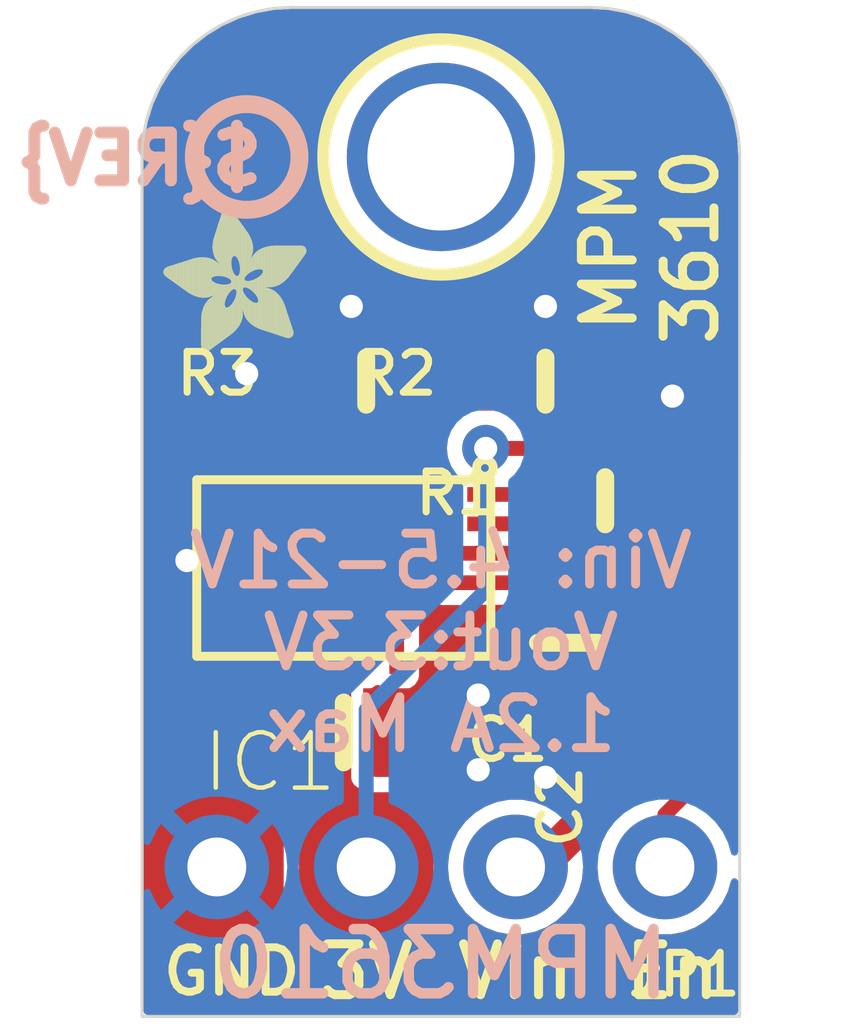
<source format=kicad_pcb>
(kicad_pcb (version 20221018) (generator pcbnew)
  (layers (0 "F.Cu" signal) (31 "B.Cu" signal) (34 "B.Paste" user) (35 "F.Paste" user) (36 "B.SilkS" user "B.Silkscreen") (37 "F.SilkS" user "F.Silkscreen") (38 "B.Mask" user) (39 "F.Mask" user) (44 "Edge.Cuts" user))
  (net 0 "")
  (net 1 "GND")
  (net 2 "3.3V")
  (net 3 "VIN")
  (net 4 "EN")
  (net 5 "VCC")
  (net 6 "FB")
  (net 7 "SW")
  (footprint "working:0603-NO" (layer "F.Cu") (at 150.2791 102.7811 180)
    (fp_text reference "R2" (at 1.778 0.127) (layer "F.SilkS") (effects (font (size 0.692831 0.692831) (thickness 0.119969)) (justify right)))
    (fp_text value "75K")
    (pad "1" smd rect (at -0.85 0 180) (size 1.075 1) (layers "F.Cu" "F.Paste" "F.Mask") (net 2 "3.3V"))
    (pad "2" smd rect (at 0.85 0 180) (size 1.075 1) (layers "F.Cu" "F.Paste" "F.Mask") (net 6 "FB"))
  )
  (footprint "working:ADAFRUIT_2.5MM" (layer "F.Cu") (at 146.2151 102.2731 90)
    (fp_text reference "U$11" hide)
    (fp_text value "" hide)
  )
  (footprint "working:MOUNTINGHOLE_2.5_PLATED" (layer "F.Cu") (at 148.5011 98.9711)
    (fp_text reference "U$9" hide)
    (fp_text value "MOUNTINGHOLE2.5" hide)
    (pad "P$1" thru_hole circle (at 0 0) (size 3.2 3.2) (drill 2.5) (layers "*.Cu" "*.Mask"))
    (zone (net 0) (net_name "") (layer "F.Cu") (connect_pads (clearance 0)) (min_thickness 0.25)
      (keepout (tracks not_allowed) (vias not_allowed) (pads not_allowed) (copperpour not_allowed) (footprints allowed))
      (fill (thermal_gap 0.5) (thermal_bridge_width 0.5))
      (polygon (pts (xy 150.5171 98.9711) (xy 150.49748 98.690527) (xy 150.439004 98.415415) (xy 150.342808 98.151119) (xy 150.210765 97.902783) (xy 150.045446 97.67524) (xy 149.850067 97.47292) (xy 149.628433 97.29976) (xy 149.384856 97.159131) (xy 149.124078 97.05377) (xy 148.851175 96.985728) (xy 148.571457 96.956328) (xy 148.290371 96.966144) (xy 148.013385 97.014984) (xy 147.745893 97.101897) (xy 147.4931 97.225193) (xy 147.259926 97.38247) (xy 147.050911 97.570669) (xy 146.870122 97.786125) (xy 146.721078 98.024645) (xy 146.60668 98.281587) (xy 146.529154 98.55195) (xy 146.490011 98.830471) (xy 146.490011 99.111729) (xy 146.529154 99.39025) (xy 146.60668 99.660613) (xy 146.721078 99.917555) (xy 146.870122 100.156075) (xy 147.050911 100.371531) (xy 147.259926 100.55973) (xy 147.4931 100.717007) (xy 147.745893 100.840303) (xy 148.013385 100.927216) (xy 148.290371 100.976056) (xy 148.571457 100.985872) (xy 148.851175 100.956472) (xy 149.124078 100.88843) (xy 149.384856 100.783069) (xy 149.628433 100.64244) (xy 149.850067 100.46928) (xy 150.045446 100.26696) (xy 150.210765 100.039417) (xy 150.342808 99.791081) (xy 150.439004 99.526785) (xy 150.49748 99.251673)))
      (polygon (pts (xy 148.4851 98.9711) (xy 148.489786 98.982414) (xy 148.5011 98.9871) (xy 148.512414 98.982414) (xy 148.5171 98.9711) (xy 148.512414 98.959786) (xy 148.5011 98.9551) (xy 148.489786 98.959786)))
    )
    (zone (net 0) (net_name "") (layer "B.Cu") (connect_pads (clearance 0)) (min_thickness 0.25)
      (keepout (tracks not_allowed) (vias not_allowed) (pads not_allowed) (copperpour not_allowed) (footprints allowed))
      (fill (thermal_gap 0.5) (thermal_bridge_width 0.5))
      (polygon (pts (xy 150.5171 98.9711) (xy 150.49748 98.690527) (xy 150.439004 98.415415) (xy 150.342808 98.151119) (xy 150.210765 97.902783) (xy 150.045446 97.67524) (xy 149.850067 97.47292) (xy 149.628433 97.29976) (xy 149.384856 97.159131) (xy 149.124078 97.05377) (xy 148.851175 96.985728) (xy 148.571457 96.956328) (xy 148.290371 96.966144) (xy 148.013385 97.014984) (xy 147.745893 97.101897) (xy 147.4931 97.225193) (xy 147.259926 97.38247) (xy 147.050911 97.570669) (xy 146.870122 97.786125) (xy 146.721078 98.024645) (xy 146.60668 98.281587) (xy 146.529154 98.55195) (xy 146.490011 98.830471) (xy 146.490011 99.111729) (xy 146.529154 99.39025) (xy 146.60668 99.660613) (xy 146.721078 99.917555) (xy 146.870122 100.156075) (xy 147.050911 100.371531) (xy 147.259926 100.55973) (xy 147.4931 100.717007) (xy 147.745893 100.840303) (xy 148.013385 100.927216) (xy 148.290371 100.976056) (xy 148.571457 100.985872) (xy 148.851175 100.956472) (xy 149.124078 100.88843) (xy 149.384856 100.783069) (xy 149.628433 100.64244) (xy 149.850067 100.46928) (xy 150.045446 100.26696) (xy 150.210765 100.039417) (xy 150.342808 99.791081) (xy 150.439004 99.526785) (xy 150.49748 99.251673)))
      (polygon (pts (xy 148.4851 98.9711) (xy 148.489786 98.982414) (xy 148.5011 98.9871) (xy 148.512414 98.982414) (xy 148.5171 98.9711) (xy 148.512414 98.959786) (xy 148.5011 98.9551) (xy 148.489786 98.959786)))
    )
  )
  (footprint "working:1X04_ROUND" (layer "F.Cu") (at 148.5011 111.0361 180)
    (fp_text reference "JP1" (at -5.1562 -1.8288) (layer "F.SilkS") (effects (font (size 0.692831 0.692831) (thickness 0.119969)) (justify right)))
    (fp_text value "")
    (pad "1" thru_hole circle (at -3.81 0 270) (size 1.778 1.778) (drill 1) (layers "*.Cu" "*.Mask") (net 4 "EN"))
    (pad "2" thru_hole circle (at -1.27 0 270) (size 1.778 1.778) (drill 1) (layers "*.Cu" "*.Mask") (net 3 "VIN"))
    (pad "3" thru_hole circle (at 1.27 0 270) (size 1.778 1.778) (drill 1) (layers "*.Cu" "*.Mask") (net 2 "3.3V"))
    (pad "4" thru_hole circle (at 3.81 0 270) (size 1.778 1.778) (drill 1) (layers "*.Cu" "*.Mask") (net 1 "GND"))
  )
  (footprint "working:FIDUCIAL_1MM" (layer "F.Cu") (at 145.1991 97.9551)
    (fp_text reference "FID1" hide)
    (fp_text value "FIDUCIAL_1MM" hide)
    (pad "1" smd roundrect (at 0 0) (size 1 1) (layers "F.Cu" "F.Mask") (roundrect_rratio 0.5))
  )
  (footprint "working:MPM3610" (layer "F.Cu") (at 146.8501 105.9561 -90)
    (fp_text reference "IC1" (at 3.3 2.45) (layer "F.SilkS") (effects (font (size 0.941222 0.941222) (thickness 0.074778)) (justify left)))
    (fp_text value "MPM3610")
    (fp_poly (pts (xy 1.2762 0.4238) (xy 1.3762 0.4238) (xy 1.3762 2.2762) (xy 0.6738 2.2762) (xy 0.6738 0.2238) (xy 1.2762 0.2238)) (fill solid) (layer "F.Cu"))
    (fp_poly (pts (xy -0.6738 2.2762) (xy -1.3262 2.2762) (xy -1.3262 2.0762) (xy -1.3762 2.0762) (xy -1.3762 0.4238) (xy -1.3262 0.4238) (xy -1.3262 0.2238) (xy -0.6738 0.2238)) (fill solid) (layer "F.Cu"))
    (pad "1" smd rect (at -1.45 -1.55 270) (size 0.7 0.25) (layers "F.Cu" "F.Paste" "F.Mask") (net 6 "FB"))
    (pad "2" smd rect (at -1.25 -0.9 270) (size 1.1 0.25) (layers "F.Cu" "F.Paste" "F.Mask") (net 5 "VCC"))
    (pad "3" smd rect (at -1.25 -0.25 270) (size 1.1 0.25) (layers "F.Cu" "F.Paste" "F.Mask") (net 1 "GND"))
    (pad "4" smd rect (at -1.45 0.4 270) (size 0.7 0.25) (layers "F.Cu" "F.Paste" "F.Mask") (net 7 "SW"))
    (pad "5" smd rect (at -1.45 1.25 270) (size 0.7 0.25) (layers "F.Cu" "F.Paste" "F.Mask") (net 7 "SW"))
    (pad "6" smd rect (at -1.45 2.1 270) (size 0.7 0.25) (layers "F.Cu" "F.Paste" "F.Mask") (net 7 "SW"))
    (pad "7" smd rect (at 1.45 2.1 270) (size 0.7 0.25) (layers "F.Cu" "F.Paste" "F.Mask") (net 2 "3.3V"))
    (pad "8" smd rect (at 1.45 1.25 270) (size 0.7 0.25) (layers "F.Cu" "F.Paste" "F.Mask") (net 2 "3.3V"))
    (pad "9" smd rect (at 1.45 0.4 270) (size 0.7 0.25) (layers "F.Cu" "F.Paste" "F.Mask") (net 2 "3.3V"))
    (pad "10" smd rect (at 1.25 -0.25 270) (size 1.1 0.25) (layers "F.Cu" "F.Paste" "F.Mask"))
    (pad "11" smd rect (at 1.25 -0.9 270) (size 1.1 0.25) (layers "F.Cu" "F.Paste" "F.Mask"))
    (pad "12" smd rect (at 1.45 -1.55 270) (size 0.7 0.25) (layers "F.Cu" "F.Paste" "F.Mask") (net 1 "GND"))
    (pad "13" smd rect (at 1.25 -2.45) (size 0.7 0.25) (layers "F.Cu" "F.Paste" "F.Mask") (net 1 "GND"))
    (pad "14" smd rect (at 0.75 -2.45) (size 0.7 0.25) (layers "F.Cu" "F.Paste" "F.Mask") (net 1 "GND"))
    (pad "15" smd rect (at 0.25 -2.25) (size 1.1 0.25) (layers "F.Cu" "F.Paste" "F.Mask"))
    (pad "16" smd rect (at -0.25 -2.25) (size 1.1 0.25) (layers "F.Cu" "F.Paste" "F.Mask") (net 3 "VIN"))
    (pad "17" smd rect (at -0.75 -2.45) (size 0.7 0.25) (layers "F.Cu" "F.Paste" "F.Mask") (net 4 "EN"))
    (pad "18" smd rect (at -1.25 -2.45) (size 0.7 0.25) (layers "F.Cu" "F.Paste" "F.Mask"))
    (zone (net 0) (net_name "") (layer "F.Cu") (connect_pads (clearance 0)) (min_thickness 0.25)
      (keepout (tracks not_allowed) (vias not_allowed) (pads not_allowed) (copperpour not_allowed) (footprints allowed))
      (fill (thermal_gap 0.5) (thermal_bridge_width 0.5))
      (polygon (pts (xy 146.8501 105.4561) (xy 146.8501 106.4061) (xy 148.0001 106.4061) (xy 148.0001 105.4561)))
    )
  )
  (footprint "working:0603-NO" (layer "F.Cu") (at 151.2951 104.8131 180)
    (fp_text reference "R1" (at 1.778 0.127) (layer "F.SilkS") (effects (font (size 0.692831 0.692831) (thickness 0.119969)) (justify right)))
    (fp_text value "75K")
    (pad "1" smd rect (at -0.85 0 180) (size 1.075 1) (layers "F.Cu" "F.Paste" "F.Mask") (net 3 "VIN"))
    (pad "2" smd rect (at 0.85 0 180) (size 1.075 1) (layers "F.Cu" "F.Paste" "F.Mask") (net 4 "EN"))
  )
  (footprint "working:0603-NO" (layer "F.Cu") (at 147.2311 102.7811 180)
    (fp_text reference "R3" (at 1.778 0.127) (layer "F.SilkS") (effects (font (size 0.692831 0.692831) (thickness 0.119969)) (justify right)))
    (fp_text value "24K")
    (pad "1" smd rect (at -0.85 0 180) (size 1.075 1) (layers "F.Cu" "F.Paste" "F.Mask") (net 6 "FB"))
    (pad "2" smd rect (at 0.85 0 180) (size 1.075 1) (layers "F.Cu" "F.Paste" "F.Mask") (net 1 "GND"))
  )
  (footprint "working:0805-NO" (layer "F.Cu") (at 150.6601 107.2261 -90)
    (fp_text reference "C2" (at 2.032 0.127 90) (layer "F.SilkS") (effects (font (size 0.692831 0.692831) (thickness 0.119969)) (justify right)))
    (fp_text value "22uF")
    (pad "1" smd rect (at -0.95 0 270) (size 1.24 1.5) (layers "F.Cu" "F.Paste" "F.Mask") (net 3 "VIN"))
    (pad "2" smd rect (at 0.95 0 270) (size 1.24 1.5) (layers "F.Cu" "F.Paste" "F.Mask") (net 1 "GND"))
  )
  (footprint "working:0805-NO" (layer "F.Cu") (at 146.8501 108.7501)
    (fp_text reference "C1" (at 2.032 0.127) (layer "F.SilkS") (effects (font (size 0.692831 0.692831) (thickness 0.119969)) (justify left)))
    (fp_text value "22uF")
    (pad "1" smd rect (at -0.95 0) (size 1.24 1.5) (layers "F.Cu" "F.Paste" "F.Mask") (net 2 "3.3V"))
    (pad "2" smd rect (at 0.95 0) (size 1.24 1.5) (layers "F.Cu" "F.Paste" "F.Mask") (net 1 "GND"))
  )
  (footprint "working:PCBFEAT-REV-040" (layer "B.Cu") (at 145.1991 98.9711 180)
    (fp_text reference "U$10" hide)
    (fp_text value "" hide)
    (fp_text user "${REV}" (at -0.3556 -0.508) (layer "B.SilkS") (effects (font (size 0.8128 0.8128) (thickness 0.2032)) (justify left bottom mirror)))
  )
  (gr_line (start 153.5811 98.9711) (end 153.5811 113.5761) (stroke (width 0.05)) (layer "Edge.Cuts"))
  (gr_line (start 143.4211 113.5761) (end 143.4211 98.9711) (stroke (width 0.05)) (layer "Edge.Cuts"))
  (gr_arc (start 143.4211 98.9711) (mid 144.165049 97.175049) (end 145.9611 96.4311) (stroke (width 0.05)) (layer "Edge.Cuts"))
  (gr_line (start 145.9611 96.4311) (end 151.0411 96.4311) (stroke (width 0.05)) (layer "Edge.Cuts"))
  (gr_line (start 153.5811 113.5761) (end 143.4211 113.5761) (stroke (width 0.05)) (layer "Edge.Cuts"))
  (gr_arc (start 151.0411 96.4311) (mid 152.837151 97.175049) (end 153.5811 98.9711) (stroke (width 0.05)) (layer "Edge.Cuts"))
  (gr_text "MPM3610" (at 148.5011 112.6871) (layer "B.SilkS") (effects (font (size 1.0922 1.0922) (thickness 0.1778)) (justify mirror)))
  (gr_text "Vin: 4.5-21V\nVout:3.3V\n1.2A Max" (at 148.5011 107.2261) (layer "B.SilkS") (effects (font (size 0.8636 0.8636) (thickness 0.1524)) (justify mirror)))
  (gr_text "3V" (at 147.2311 112.8141) (layer "F.SilkS") (effects (font (size 0.8636 0.8636) (thickness 0.1524))))
  (gr_text "Vin" (at 149.7711 112.8141) (layer "F.SilkS") (effects (font (size 0.8636 0.8636) (thickness 0.1524))))
  (gr_text "GND" (at 144.9451 112.8141) (layer "F.SilkS") (effects (font (size 0.75565 0.75565) (thickness 0.13335))))
  (gr_text "MPM\n3610" (at 152.0571 100.4951 90) (layer "F.SilkS") (effects (font (size 0.8636 0.8636) (thickness 0.1524))))
  (gr_text "En" (at 152.4381 112.8141) (layer "F.SilkS") (effects (font (size 0.8636 0.8636) (thickness 0.1524))))
  (segment (start 148.4001 107.4061) (end 148.4001 108.1501) (width 0.254) (layer "F.Cu") (net 1))
  (segment (start 148.4001 108.1501) (end 147.8001 108.7501) (width 0.254) (layer "F.Cu") (net 1))
  (via (at 152.4381 103.0351) (size 0.8001) (drill 0.3937) (layers "F.Cu" "B.Cu") (net 1))
  (via (at 149.1361 109.3851) (size 0.8001) (drill 0.3937) (layers "F.Cu" "B.Cu") (net 1))
  (via (at 150.2791 109.5121) (size 0.8001) (drill 0.3937) (layers "F.Cu" "B.Cu") (net 1))
  (via (at 145.1991 102.6541) (size 0.8001) (drill 0.3937) (layers "F.Cu" "B.Cu") (net 1))
  (via (at 144.1831 105.8291) (size 0.8001) (drill 0.3937) (layers "F.Cu" "B.Cu") (net 1))
  (via (at 150.2791 101.5111) (size 0.8001) (drill 0.3937) (layers "F.Cu" "B.Cu") (net 1))
  (via (at 146.9771 101.5111) (size 0.8001) (drill 0.3937) (layers "F.Cu" "B.Cu") (net 1))
  (via (at 149.1361 108.1151) (size 0.8001) (drill 0.3937) (layers "F.Cu" "B.Cu") (net 1))
  (segment (start 149.2631 103.9241) (end 149.9861 103.9241) (width 0.254) (layer "F.Cu") (net 2))
  (segment (start 151.1291 102.7811) (end 149.9861 103.9241) (width 0.254) (layer "F.Cu") (net 2))
  (via (at 149.2631 103.9241) (size 0.8001) (drill 0.3937) (layers "F.Cu" "B.Cu") (net 2))
  (segment (start 147.2311 108.3691) (end 147.2311 111.0361) (width 0.254) (layer "B.Cu") (net 2))
  (segment (start 149.2631 103.9241) (end 149.2631 106.3371) (width 0.254) (layer "B.Cu") (net 2))
  (segment (start 149.2631 106.3371) (end 147.2311 108.3691) (width 0.254) (layer "B.Cu") (net 2))
  (segment (start 151.7421 106.2761) (end 152.1841 106.7181) (width 0.6096) (layer "F.Cu") (net 3))
  (segment (start 152.1451 105.8731) (end 151.7421 106.2761) (width 0.254) (layer "F.Cu") (net 3))
  (segment (start 150.0901 105.7061) (end 150.6601 106.2761) (width 0.254) (layer "F.Cu") (net 3))
  (segment (start 150.6601 106.2761) (end 151.7421 106.2761) (width 0.6096) (layer "F.Cu") (net 3))
  (segment (start 152.1841 106.7181) (end 152.1841 109.0041) (width 0.6096) (layer "F.Cu") (net 3))
  (segment (start 152.1841 109.0041) (end 150.1521 111.0361) (width 0.6096) (layer "F.Cu") (net 3))
  (segment (start 152.1451 104.8131) (end 152.1451 105.8731) (width 0.254) (layer "F.Cu") (net 3))
  (segment (start 150.1521 111.0361) (end 149.7711 111.0361) (width 0.6096) (layer "F.Cu") (net 3))
  (segment (start 149.1001 105.7061) (end 150.0901 105.7061) (width 0.254) (layer "F.Cu") (net 3))
  (segment (start 152.3111 110.1471) (end 152.3111 111.0361) (width 0.254) (layer "F.Cu") (net 4))
  (segment (start 150.0521 105.2061) (end 150.4451 104.8131) (width 0.254) (layer "F.Cu") (net 4))
  (segment (start 150.4451 104.8131) (end 150.4451 104.2661) (width 0.254) (layer "F.Cu") (net 4))
  (segment (start 152.8191 103.9241) (end 153.0731 104.1781) (width 0.254) (layer "F.Cu") (net 4))
  (segment (start 153.0731 104.1781) (end 153.0731 109.3851) (width 0.254) (layer "F.Cu") (net 4))
  (segment (start 153.0731 109.3851) (end 152.3111 110.1471) (width 0.254) (layer "F.Cu") (net 4))
  (segment (start 149.3001 105.2061) (end 150.0521 105.2061) (width 0.254) (layer "F.Cu") (net 4))
  (segment (start 150.4451 104.2661) (end 150.7871 103.9241) (width 0.254) (layer "F.Cu") (net 4))
  (segment (start 150.7871 103.9241) (end 152.8191 103.9241) (width 0.254) (layer "F.Cu") (net 4))
  (segment (start 149.4291 102.7811) (end 148.0811 102.7811) (width 0.254) (layer "F.Cu") (net 6))
  (segment (start 148.4001 103.1001) (end 148.0811 102.7811) (width 0.254) (layer "F.Cu") (net 6))
  (segment (start 148.4001 104.5061) (end 148.4001 103.1001) (width 0.254) (layer "F.Cu") (net 6))
  (zone (net 2) (net_name "3.3V") (layer "F.Cu") (priority 6) (connect_pads yes (clearance 0.000001)) (min_thickness 0.127) (fill yes (thermal_gap 0.5) (thermal_bridge_width 0.5))
    (polygon (pts (xy 146.9771 109.459494) (xy 147.283706 109.7661) (xy 147.791705 109.7661) (xy 148.3741 110.348495) (xy 148.3741 111.723705) (xy 147.918705 112.1791) (xy 146.670495 112.1791) (xy 146.0881 111.596705) (xy 146.0881 110.326706) (xy 144.4371 108.675705) (xy 144.4371 106.2101) (xy 146.9771 106.2101)))
  )
  (zone (net 1) (net_name "GND") (layer "F.Cu") (connect_pads yes (clearance 0.254)) (min_thickness 0.127) (fill yes (thermal_gap 0.5) (thermal_bridge_width 0.5))
    (polygon (pts (xy 153.7081 113.7031) (xy 143.2941 113.7031) (xy 143.2941 96.3041) (xy 153.7081 96.3041)))
  )
  (zone (net 7) (net_name "SW") (layer "F.Cu") (priority 4) (connect_pads yes (clearance 0.000001)) (min_thickness 0.0762) (fill yes (thermal_gap 0.5) (thermal_bridge_width 0.5))
    (polygon (pts (xy 146.6723 105.2703) (xy 144.6149 105.2703) (xy 144.6149 103.3399) (xy 146.6723 103.3399)))
  )
  (zone (net 1) (net_name "GND") (layer "B.Cu") (priority 1) (connect_pads (clearance 0.254)) (min_thickness 0.127) (fill yes (thermal_gap 0.304) (thermal_bridge_width 0.304))
    (polygon (pts (xy 153.7081 113.7031) (xy 143.2941 113.7031) (xy 143.2941 96.3041) (xy 153.7081 96.3041)))
  )
)
</source>
